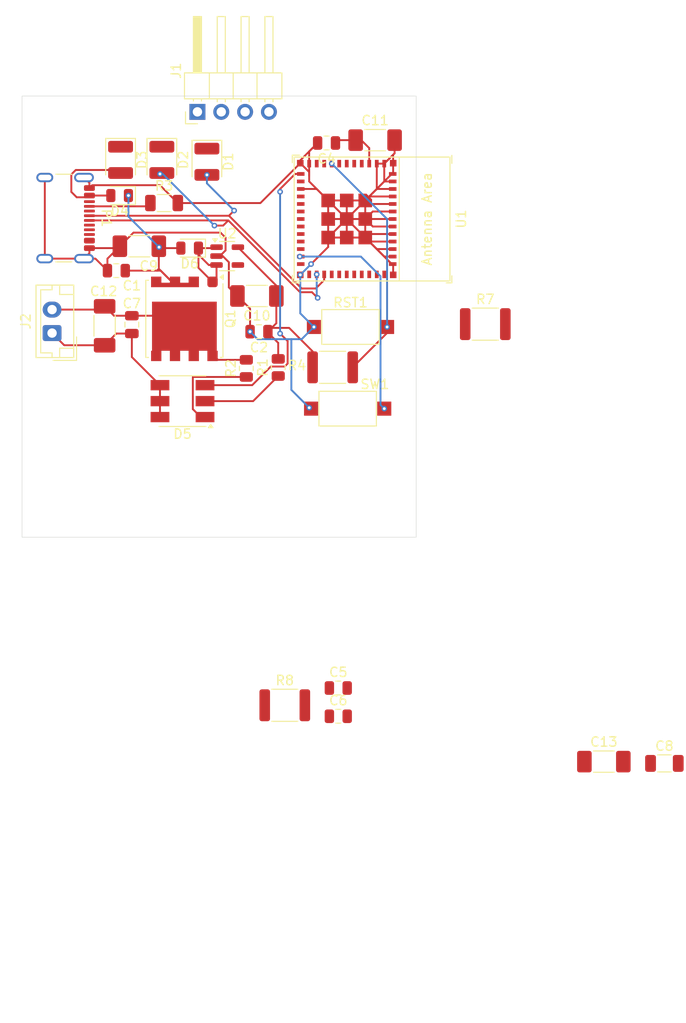
<source format=kicad_pcb>
(kicad_pcb (version 20241229) (generator "pcbnew") (generator_version "9.0")
  (layers (0 "F.Cu" signal) (2 "B.Cu" signal) (13 "F.Paste" user) (15 "B.Paste" user) (5 "F.SilkS" user "F.Silkscreen") (7 "B.SilkS" user "B.Silkscreen") (1 "F.Mask" user) (3 "B.Mask" user) (25 "Edge.Cuts" user))
  (net 0 "")
  (net 1 "+5V")
  (net 2 "+3V3")
  (net 3 "GPIO9")
  (net 4 "CHIP_PU")
  (net 5 "+BATT")
  (net 6 "D+")
  (net 7 "D-")
  (net 8 "Net-(D3-A2)")
  (net 9 "LED")
  (net 10 "G_PWRLED")
  (net 11 "Net-(D5-RK)")
  (net 12 "Net-(D6-K)")
  (net 13 "Net-(J1-Pin_3)")
  (net 14 "Net-(J1-Pin_4)")
  (net 16 "Net-(P1-CC)")
  (net 19 "GPIO10")
  (net 22 "BL")
  (net 25 "GPIO4")
  (net 28 "GPIO2")
  (net 33 "GPIO3")
  (net 35 "GPIO7")
  (net 36 "GPIO6")
  (net 37 "GPIO8")
  (net 39 "GPIO5")
  (net 41 "GND")
  (footprint "PCM_Espressif:ESP32-C3-MINI-1" (layer "F.Cu") (at 160.3 83.1 -90)
    (property "Reference" "U1" (at 0 -9.5 90) (layer "F.SilkS"))
    (property "Value" "ESP32-C3-MINI-1")
    (fp_text user "Antenna Area" (at 0 -5.85 90) (layer "F.SilkS"))
    (pad "1" smd rect (at -5.9 -1.3) (size 0.4 0.8) (layers "F.Cu" "F.Mask" "F.Paste") (net 41 "GND"))
    (pad "2" smd rect (at -5.9 -0.5) (size 0.4 0.8) (layers "F.Cu" "F.Mask" "F.Paste") (net 41 "GND"))
    (pad "3" smd rect (at -5.9 0.3) (size 0.4 0.8) (layers "F.Cu" "F.Mask" "F.Paste") (net 2 "+3V3"))
    (pad "4" smd rect (at -5.9 1.1) (size 0.4 0.8) (layers "F.Cu" "F.Mask" "F.Paste"))
    (pad "5" smd rect (at -5.9 1.9) (size 0.4 0.8) (layers "F.Cu" "F.Mask" "F.Paste") (net 28 "GPIO2"))
    (pad "6" smd rect (at -5.9 2.7) (size 0.4 0.8) (layers "F.Cu" "F.Mask" "F.Paste") (net 33 "GPIO3"))
    (pad "7" smd rect (at -5.9 3.5) (size 0.4 0.8) (layers "F.Cu" "F.Mask" "F.Paste"))
    (pad "8" smd rect (at -5.9 4.3) (size 0.4 0.8) (layers "F.Cu" "F.Mask" "F.Paste") (net 4 "CHIP_PU"))
    (pad "9" smd rect (at -5.9 5.1) (size 0.4 0.8) (layers "F.Cu" "F.Mask" "F.Paste"))
    (pad "10" smd rect (at -5.9 5.9) (size 0.4 0.8) (layers "F.Cu" "F.Mask" "F.Paste"))
    (pad "11" smd rect (at -5.9 6.7) (size 0.4 0.8) (layers "F.Cu" "F.Mask" "F.Paste") (net 41 "GND"))
    (pad "12" smd rect (at -4.8 7.6 270) (size 0.4 0.8) (layers "F.Cu" "F.Mask" "F.Paste") (net 9 "LED"))
    (pad "13" smd rect (at -4 7.6 270) (size 0.4 0.8) (layers "F.Cu" "F.Mask" "F.Paste") (net 22 "BL"))
    (pad "14" smd rect (at -3.2 7.6 270) (size 0.4 0.8) (layers "F.Cu" "F.Mask" "F.Paste") (net 41 "GND"))
    (pad "15" smd rect (at -2.4 7.6 270) (size 0.4 0.8) (layers "F.Cu" "F.Mask" "F.Paste"))
    (pad "16" smd rect (at -1.6 7.6 270) (size 0.4 0.8) (layers "F.Cu" "F.Mask" "F.Paste") (net 19 "GPIO10"))
    (pad "17" smd rect (at -0.8 7.6 270) (size 0.4 0.8) (layers "F.Cu" "F.Mask" "F.Paste"))
    (pad "18" smd rect (at 0 7.6 270) (size 0.4 0.8) (layers "F.Cu" "F.Mask" "F.Paste") (net 25 "GPIO4"))
    (pad "19" smd rect (at 0.8 7.6 270) (size 0.4 0.8) (layers "F.Cu" "F.Mask" "F.Paste") (net 39 "GPIO5"))
    (pad "20" smd rect (at 1.6 7.6 270) (size 0.4 0.8) (layers "F.Cu" "F.Mask" "F.Paste") (net 36 "GPIO6"))
    (pad "21" smd rect (at 2.4 7.6 270) (size 0.4 0.8) (layers "F.Cu" "F.Mask" "F.Paste") (net 35 "GPIO7"))
    (pad "22" smd rect (at 3.2 7.6 270) (size 0.4 0.8) (layers "F.Cu" "F.Mask" "F.Paste") (net 37 "GPIO8"))
    (pad "23" smd rect (at 4 7.6 270) (size 0.4 0.8) (layers "F.Cu" "F.Mask" "F.Paste") (net 3 "GPIO9"))
    (pad "24" smd rect (at 4.8 7.6 270) (size 0.4 0.8) (layers "F.Cu" "F.Mask" "F.Paste"))
    (pad "25" smd rect (at 5.9 6.7) (size 0.4 0.8) (layers "F.Cu" "F.Mask" "F.Paste"))
    (pad "26" smd rect (at 5.9 5.9) (size 0.4 0.8) (layers "F.Cu" "F.Mask" "F.Paste") (net 7 "D-"))
    (pad "27" smd rect (at 5.9 5.1) (size 0.4 0.8) (layers "F.Cu" "F.Mask" "F.Paste") (net 6 "D+"))
    (pad "28" smd rect (at 5.9 4.3) (size 0.4 0.8) (layers "F.Cu" "F.Mask" "F.Paste"))
    (pad "29" smd rect (at 5.9 3.5) (size 0.4 0.8) (layers "F.Cu" "F.Mask" "F.Paste"))
    (pad "30" smd rect (at 5.9 2.7) (size 0.4 0.8) (layers "F.Cu" "F.Mask" "F.Paste") (net 14 "Net-(J1-Pin_4)"))
    (pad "31" smd rect (at 5.9 1.9) (size 0.4 0.8) (layers "F.Cu" "F.Mask" "F.Paste") (net 13 "Net-(J1-Pin_3)"))
    (pad "32" smd rect (at 5.9 1.1) (size 0.4 0.8) (layers "F.Cu" "F.Mask" "F.Paste"))
    (pad "33" smd rect (at 5.9 0.3) (size 0.4 0.8) (layers "F.Cu" "F.Mask" "F.Paste"))
    (pad "34" smd rect (at 5.9 -0.5) (size 0.4 0.8) (layers "F.Cu" "F.Mask" "F.Paste"))
    (pad "35" smd rect (at 5.9 -1.3) (size 0.4 0.8) (layers "F.Cu" "F.Mask" "F.Paste"))
    (pad "36" smd rect (at 4.8 -2.2 270) (size 0.4 0.8) (layers "F.Cu" "F.Mask" "F.Paste") (net 41 "GND"))
    (pad "37" smd rect (at 4 -2.2 270) (size 0.4 0.8) (layers "F.Cu" "F.Mask" "F.Paste") (net 41 "GND"))
    (pad "38" smd rect (at 3.2 -2.2 270) (size 0.4 0.8) (layers "F.Cu" "F.Mask" "F.Paste") (net 41 "GND"))
    (pad "39" smd rect (at 2.4 -2.2 270) (size 0.4 0.8) (layers "F.Cu" "F.Mask" "F.Paste") (net 41 "GND"))
    (pad "40" smd rect (at 1.6 -2.2 270) (size 0.4 0.8) (layers "F.Cu" "F.Mask" "F.Paste") (net 41 "GND"))
    (pad "41" smd rect (at 0.8 -2.2 270) (size 0.4 0.8) (layers "F.Cu" "F.Mask" "F.Paste") (net 41 "GND"))
    (pad "42" smd rect (at 0 -2.2 270) (size 0.4 0.8) (layers "F.Cu" "F.Mask" "F.Paste") (net 41 "GND"))
    (pad "43" smd rect (at -0.8 -2.2 270) (size 0.4 0.8) (layers "F.Cu" "F.Mask" "F.Paste") (net 41 "GND"))
    (pad "44" smd rect (at -1.6 -2.2 270) (size 0.4 0.8) (layers "F.Cu" "F.Mask" "F.Paste") (net 41 "GND"))
    (pad "45" smd rect (at -2.4 -2.2 270) (size 0.4 0.8) (layers "F.Cu" "F.Mask" "F.Paste") (net 41 "GND"))
    (pad "46" smd rect (at -3.2 -2.2 270) (size 0.4 0.8) (layers "F.Cu" "F.Mask" "F.Paste") (net 41 "GND"))
    (pad "47" smd rect (at -4 -2.2 270) (size 0.4 0.8) (layers "F.Cu" "F.Mask" "F.Paste") (net 41 "GND"))
    (pad "48" smd rect (at -4.8 -2.2 270) (size 0.4 0.8) (layers "F.Cu" "F.Mask" "F.Paste") (net 41 "GND"))
    (pad "49" smd custom (at -1.975 0.725 270) (size 0.8 0.8) (layers "F.Cu" "F.Mask" "F.Paste") (net 41 "GND") (options (clearance outline) (anchor rect)) (primitives (gr_poly (pts (xy 0.725 0.725) (xy -0.725 0.725) (xy -0.725 -0.125) (xy -0.125 -0.725) (xy 0.725 -0.725)) (width 0) (fill yes))))
    (pad "49" smd rect (at -1.975 2.7) (size 1.45 1.45) (layers "F.Cu" "F.Mask" "F.Paste") (net 41 "GND"))
    (pad "49" smd rect (at -1.975 4.675) (size 1.45 1.45) (layers "F.Cu" "F.Mask" "F.Paste") (net 41 "GND"))
    (pad "49" smd rect (at 0 0.725) (size 1.45 1.45) (layers "F.Cu" "F.Mask" "F.Paste") (net 41 "GND"))
    (pad "49" smd rect (at 0 2.7) (size 1.45 1.45) (layers "F.Cu" "F.Mask" "F.Paste") (net 41 "GND"))
    (pad "49" smd rect (at 0 4.675) (size 1.45 1.45) (layers "F.Cu" "F.Mask" "F.Paste") (net 41 "GND"))
    (pad "49" smd rect (at 1.975 0.725) (size 1.45 1.45) (layers "F.Cu" "F.Mask" "F.Paste") (net 41 "GND"))
    (pad "49" smd rect (at 1.975 2.7) (size 1.45 1.45) (layers "F.Cu" "F.Mask" "F.Paste") (net 41 "GND"))
    (pad "49" smd rect (at 1.975 4.675) (size 1.45 1.45) (layers "F.Cu" "F.Mask" "F.Paste") (net 41 "GND"))
    (pad "50" smd rect (at 5.95 -2.25) (size 0.7 0.7) (layers "F.Cu" "F.Mask" "F.Paste") (net 41 "GND"))
    (pad "51" smd rect (at 5.95 7.65) (size 0.7 0.7) (layers "F.Cu" "F.Mask" "F.Paste") (net 41 "GND"))
    (pad "52" smd rect (at -5.95 7.65) (size 0.7 0.7) (layers "F.Cu" "F.Mask" "F.Paste") (net 41 "GND"))
    (pad "53" smd rect (at -5.95 -2.25) (size 0.7 0.7) (layers "F.Cu" "F.Mask" "F.Paste") (net 41 "GND"))
  )
  (footprint "Connector_USB:USB_C_Receptacle_GCT_USB4105-xx-A_16P_TopMnt_Horizontal" (layer "F.Cu") (at 126.5 83 -90)
    (property "Reference" "P1" (at 0 -5.5 270) (layer "F.SilkS"))
    (property "Value" "USB_C_Plug_USB2.0")
    (pad "" np_thru_hole circle (at -2.89 -2.605 270) (size 0.65 0.65) (drill 0.65) (layers "*.Cu" "*.Mask"))
    (pad "" np_thru_hole circle (at 2.89 -2.605 270) (size 0.65 0.65) (drill 0.65) (layers "*.Cu" "*.Mask"))
    (pad "A1" smd roundrect (at -3.2 -3.68 270) (size 0.6 1.15) (layers "F.Cu" "F.Mask" "F.Paste") (net 41 "GND"))
    (pad "A4" smd roundrect (at -2.4 -3.68 270) (size 0.6 1.15) (layers "F.Cu" "F.Mask" "F.Paste") (net 8 "Net-(D3-A2)"))
    (pad "A5" smd roundrect (at -1.25 -3.68 270) (size 0.3 1.15) (layers "F.Cu" "F.Mask" "F.Paste") (net 16 "Net-(P1-CC)"))
    (pad "A6" smd roundrect (at -0.25 -3.68 270) (size 0.3 1.15) (layers "F.Cu" "F.Mask" "F.Paste") (net 6 "D+"))
    (pad "A7" smd roundrect (at 0.25 -3.68 270) (size 0.3 1.15) (layers "F.Cu" "F.Mask" "F.Paste") (net 7 "D-"))
    (pad "A8" smd roundrect (at 1.25 -3.68 270) (size 0.3 1.15) (layers "F.Cu" "F.Mask" "F.Paste"))
    (pad "A9" smd roundrect (at 2.4 -3.68 270) (size 0.6 1.15) (layers "F.Cu" "F.Mask" "F.Paste") (net 8 "Net-(D3-A2)"))
    (pad "A12" smd roundrect (at 3.2 -3.68 270) (size 0.6 1.15) (layers "F.Cu" "F.Mask" "F.Paste") (net 41 "GND"))
    (pad "B1" smd roundrect (at 3.2 -3.68 270) (size 0.6 1.15) (layers "F.Cu" "F.Mask" "F.Paste") (net 41 "GND"))
    (pad "B4" smd roundrect (at 2.4 -3.68 270) (size 0.6 1.15) (layers "F.Cu" "F.Mask" "F.Paste") (net 8 "Net-(D3-A2)"))
    (pad "B5" smd roundrect (at 1.75 -3.68 270) (size 0.3 1.15) (layers "F.Cu" "F.Mask" "F.Paste"))
    (pad "B6" smd roundrect (at 0.75 -3.68 270) (size 0.3 1.15) (layers "F.Cu" "F.Mask" "F.Paste"))
    (pad "B7" smd roundrect (at -0.75 -3.68 270) (size 0.3 1.15) (layers "F.Cu" "F.Mask" "F.Paste"))
    (pad "B8" smd roundrect (at -1.75 -3.68 270) (size 0.3 1.15) (layers "F.Cu" "F.Mask" "F.Paste"))
    (pad "B9" smd roundrect (at -2.4 -3.68 270) (size 0.6 1.15) (layers "F.Cu" "F.Mask" "F.Paste") (net 8 "Net-(D3-A2)"))
    (pad "B12" smd roundrect (at -3.2 -3.68 270) (size 0.6 1.15) (layers "F.Cu" "F.Mask" "F.Paste") (net 41 "GND"))
    (pad "S1" thru_hole oval (at -4.32 -3.105 270) (size 1 2.1) (drill oval 0.6 1.7) (property pad_prop_heatsink) (layers "*.Cu" "*.Mask" "F.Paste") (net 41 "GND"))
    (pad "S1" thru_hole oval (at -4.32 1.075 270) (size 1 1.8) (drill oval 0.6 1.4) (property pad_prop_heatsink) (layers "*.Cu" "*.Mask" "F.Paste") (net 41 "GND"))
    (pad "S1" thru_hole oval (at 4.32 -3.105 270) (size 1 2.1) (drill oval 0.6 1.7) (property pad_prop_heatsink) (layers "*.Cu" "*.Mask" "F.Paste") (net 41 "GND"))
    (pad "S1" thru_hole oval (at 4.32 1.075 270) (size 1 1.8) (drill oval 0.6 1.4) (property pad_prop_heatsink) (layers "*.Cu" "*.Mask" "F.Paste") (net 41 "GND"))
  )
  (footprint "Diode_SMD:D_0805_2012Metric" (layer "F.Cu") (at 133.4 80.6 180)
    (property "Reference" "D4" (at 0 -1.65 0) (layer "F.SilkS"))
    (property "Value" "D")
    (pad "1" smd roundrect (at -0.9375 0 180) (size 0.975 1.4) (layers "F.Cu" "F.Mask" "F.Paste") (net 1 "+5V"))
    (pad "2" smd roundrect (at 0.9375 0 180) (size 0.975 1.4) (layers "F.Cu" "F.Mask" "F.Paste") (net 8 "Net-(D3-A2)"))
  )
  (footprint "Capacitor_SMD:C_0805_2012Metric" (layer "F.Cu") (at 148.25 95.1 180)
    (property "Reference" "C2" (at 0 -1.68 0) (layer "F.SilkS"))
    (property "Value" "0.1uF")
    (pad "1" smd roundrect (at -0.95 0 180) (size 1 1.45) (layers "F.Cu" "F.Mask" "F.Paste") (net 2 "+3V3"))
    (pad "2" smd roundrect (at 0.95 0 180) (size 1 1.45) (layers "F.Cu" "F.Mask" "F.Paste") (net 41 "GND"))
  )
  (footprint "Capacitor_SMD:C_1808_4520Metric" (layer "F.Cu") (at 185 140.9)
    (property "Reference" "C13" (at 0 -2.1 0) (layer "F.SilkS"))
    (property "Value" "10uF")
    (pad "1" smd roundrect (at -2.075 0) (size 1.55 2.3) (layers "F.Cu" "F.Mask" "F.Paste") (roundrect_rratio 0.16129) (net 1 "+5V"))
    (pad "2" smd roundrect (at 2.075 0) (size 1.55 2.3) (layers "F.Cu" "F.Mask" "F.Paste") (roundrect_rratio 0.16129) (net 41 "GND"))
  )
  (footprint "Resistor_SMD:R_1812_4532Metric" (layer "F.Cu") (at 151 134.9)
    (property "Reference" "R8" (at 0 -2.65 0) (layer "F.SilkS"))
    (property "Value" "10k")
    (pad "1" smd roundrect (at -2.1375 0) (size 1.125 3.4) (layers "F.Cu" "F.Mask" "F.Paste") (roundrect_rratio 0.222222) (net 2 "+3V3"))
    (pad "2" smd roundrect (at 2.1375 0) (size 1.125 3.4) (layers "F.Cu" "F.Mask" "F.Paste") (roundrect_rratio 0.222222) (net 4 "CHIP_PU"))
  )
  (footprint "Diode_SMD:D_1210_3225Metric" (layer "F.Cu") (at 142.7 77 -90)
    (property "Reference" "D1" (at 0 -2.28 90) (layer "F.SilkS"))
    (property "Value" "D_TVS")
    (pad "1" smd roundrect (at -1.4 0 270) (size 1.25 2.65) (layers "F.Cu" "F.Mask" "F.Paste") (roundrect_rratio 0.2) (net 41 "GND"))
    (pad "2" smd roundrect (at 1.4 0 270) (size 1.25 2.65) (layers "F.Cu" "F.Mask" "F.Paste") (roundrect_rratio 0.2) (net 6 "D+"))
  )
  (footprint "Resistor_SMD:R_0805_2012Metric" (layer "F.Cu") (at 150.3 98.9125 90)
    (property "Reference" "R1" (at 0 -1.65 90) (layer "F.SilkS"))
    (property "Value" "75")
    (pad "1" smd roundrect (at -0.9125 0 90) (size 1.025 1.4) (layers "F.Cu" "F.Mask" "F.Paste") (roundrect_rratio 0.243902) (net 10 "G_PWRLED"))
    (pad "2" smd roundrect (at 0.9125 0 90) (size 1.025 1.4) (layers "F.Cu" "F.Mask" "F.Paste") (roundrect_rratio 0.243902) (net 2 "+3V3"))
  )
  (footprint "Capacitor_SMD:C_0805_2012Metric" (layer "F.Cu") (at 155.45 75 180)
    (property "Reference" "C4" (at 0 -1.68 0) (layer "F.SilkS"))
    (property "Value" "0.1uF")
    (pad "1" smd roundrect (at -0.95 0 180) (size 1 1.45) (layers "F.Cu" "F.Mask" "F.Paste") (net 2 "+3V3"))
    (pad "2" smd roundrect (at 0.95 0 180) (size 1 1.45) (layers "F.Cu" "F.Mask" "F.Paste") (net 41 "GND"))
  )
  (footprint "Capacitor_SMD:C_1808_4520Metric" (layer "F.Cu") (at 135.5 86 180)
    (property "Reference" "C9" (at -1 -2.1 0) (layer "F.SilkS"))
    (property "Value" "10uF")
    (pad "1" smd roundrect (at -2.075 0 180) (size 1.55 2.3) (layers "F.Cu" "F.Mask" "F.Paste") (roundrect_rratio 0.16129) (net 1 "+5V"))
    (pad "2" smd roundrect (at 2.075 0 180) (size 1.55 2.3) (layers "F.Cu" "F.Mask" "F.Paste") (roundrect_rratio 0.16129) (net 41 "GND"))
  )
  (footprint "Capacitor_SMD:C_1808_4520Metric" (layer "F.Cu") (at 160.625 74.7)
    (property "Reference" "C11" (at 0 -2.1 0) (layer "F.SilkS"))
    (property "Value" "10uF")
    (pad "1" smd roundrect (at -2.075 0) (size 1.55 2.3) (layers "F.Cu" "F.Mask" "F.Paste") (roundrect_rratio 0.16129) (net 2 "+3V3"))
    (pad "2" smd roundrect (at 2.075 0) (size 1.55 2.3) (layers "F.Cu" "F.Mask" "F.Paste") (roundrect_rratio 0.16129) (net 41 "GND"))
  )
  (footprint "Capacitor_SMD:C_0805_2012Metric" (layer "F.Cu") (at 156.7 136.07)
    (property "Reference" "C6" (at 0 -1.68 0) (layer "F.SilkS"))
    (property "Value" "0.1uF")
    (pad "1" smd roundrect (at -0.95 0) (size 1 1.45) (layers "F.Cu" "F.Mask" "F.Paste") (net 41 "GND"))
    (pad "2" smd roundrect (at 0.95 0) (size 1 1.45) (layers "F.Cu" "F.Mask" "F.Paste") (net 4 "CHIP_PU"))
  )
  (footprint "Resistor_SMD:R_1812_4532Metric" (layer "F.Cu") (at 172.3625 94.3)
    (property "Reference" "R7" (at 0 -2.65 0) (layer "F.SilkS"))
    (property "Value" "10k")
    (pad "1" smd roundrect (at -2.1375 0) (size 1.125 3.4) (layers "F.Cu" "F.Mask" "F.Paste") (roundrect_rratio 0.222222) (net 2 "+3V3"))
    (pad "2" smd roundrect (at 2.1375 0) (size 1.125 3.4) (layers "F.Cu" "F.Mask" "F.Paste") (roundrect_rratio 0.222222) (net 3 "GPIO9"))
  )
  (footprint "Resistor_SMD:R_1206_3216Metric" (layer "F.Cu") (at 138.1375 81.4)
    (property "Reference" "R3" (at 0 -1.83 0) (layer "F.SilkS"))
    (property "Value" "5K")
    (pad "1" smd roundrect (at -1.4625 0) (size 1.125 1.75) (layers "F.Cu" "F.Mask" "F.Paste") (roundrect_rratio 0.222222) (net 16 "Net-(P1-CC)"))
    (pad "2" smd roundrect (at 1.4625 0) (size 1.125 1.75) (layers "F.Cu" "F.Mask" "F.Paste") (roundrect_rratio 0.222222) (net 41 "GND"))
  )
  (footprint "Resistor_SMD:R_0805_2012Metric" (layer "F.Cu") (at 146.9 99.0125 90)
    (property "Reference" "R2" (at 0 -1.65 90) (layer "F.SilkS"))
    (property "Value" "75")
    (pad "1" smd roundrect (at -0.9125 0 90) (size 1.025 1.4) (layers "F.Cu" "F.Mask" "F.Paste") (roundrect_rratio 0.243902) (net 11 "Net-(D5-RK)"))
    (pad "2" smd roundrect (at 0.9125 0 90) (size 1.025 1.4) (layers "F.Cu" "F.Mask" "F.Paste") (roundrect_rratio 0.243902) (net 5 "+BATT"))
  )
  (footprint "Connector_JST:JST_EH_B2B-EH-A_1x02_P2.50mm_Vertical" (layer "F.Cu") (at 126.2 95.25 90)
    (property "Reference" "J2" (at 1.25 -2.8 90) (layer "F.SilkS"))
    (property "Value" "Conn_01x02_Socket")
    (pad "1" thru_hole roundrect (at 0 0 90) (size 1.7 2) (drill 1) (layers "*.Cu" "*.Mask") (roundrect_rratio 0.147059) (net 41 "GND"))
    (pad "2" thru_hole oval (at 2.5 0 90) (size 1.7 2) (drill 1) (layers "*.Cu" "*.Mask") (net 5 "+BATT"))
  )
  (footprint "Capacitor_SMD:C_0805_2012Metric" (layer "F.Cu") (at 156.7 133.06)
    (property "Reference" "C5" (at 0 -1.68 0) (layer "F.SilkS"))
    (property "Value" "0.1uF")
    (pad "1" smd roundrect (at -0.95 0) (size 1 1.45) (layers "F.Cu" "F.Mask" "F.Paste") (net 41 "GND"))
    (pad "2" smd roundrect (at 0.95 0) (size 1 1.45) (layers "F.Cu" "F.Mask" "F.Paste") (net 3 "GPIO9"))
  )
  (footprint "Capacitor_SMD:C_0805_2012Metric" (layer "F.Cu") (at 134.7 94.35 -90)
    (property "Reference" "C7" (at -2.25 0 180) (layer "F.SilkS"))
    (property "Value" "0.1uF")
    (pad "1" smd roundrect (at -0.95 0 270) (size 1 1.45) (layers "F.Cu" "F.Mask" "F.Paste") (net 5 "+BATT"))
    (pad "2" smd roundrect (at 0.95 0 270) (size 1 1.45) (layers "F.Cu" "F.Mask" "F.Paste") (net 41 "GND"))
  )
  (footprint "Resistor_SMD:R_1812_4532Metric" (layer "F.Cu") (at 156.1 98.9)
    (property "Reference" "R4" (at -3.8 -0.2 0) (layer "F.SilkS"))
    (property "Value" "10k")
    (pad "1" smd roundrect (at -2.1375 0) (size 1.125 3.4) (layers "F.Cu" "F.Mask" "F.Paste") (roundrect_rratio 0.222222) (net 2 "+3V3"))
    (pad "2" smd roundrect (at 2.1375 0) (size 1.125 3.4) (layers "F.Cu" "F.Mask" "F.Paste") (roundrect_rratio 0.222222) (net 4 "CHIP_PU"))
  )
  (footprint "LED_SMD:LED_RGB_5050-6" (layer "F.Cu") (at 140.1 102.5 180)
    (property "Reference" "D5" (at 0 -3.5 0) (layer "F.SilkS"))
    (property "Value" "LED_RGB")
    (pad "1" smd rect (at -2.4 -1.7 270) (size 1.1 2) (layers "F.Cu" "F.Mask" "F.Paste") (net 11 "Net-(D5-RK)"))
    (pad "2" smd rect (at -2.4 0 270) (size 1.1 2) (layers "F.Cu" "F.Mask" "F.Paste") (net 10 "G_PWRLED"))
    (pad "3" smd rect (at -2.4 1.7 270) (size 1.1 2) (layers "F.Cu" "F.Mask" "F.Paste") (net 9 "LED"))
    (pad "4" smd rect (at 2.4 1.7 270) (size 1.1 2) (layers "F.Cu" "F.Mask" "F.Paste") (net 41 "GND"))
    (pad "5" smd rect (at 2.4 0 270) (size 1.1 2) (layers "F.Cu" "F.Mask" "F.Paste") (net 41 "GND"))
    (pad "6" smd rect (at 2.4 -1.7 270) (size 1.1 2) (layers "F.Cu" "F.Mask" "F.Paste") (net 41 "GND"))
  )
  (footprint "Capacitor_SMD:C_1808_4520Metric" (layer "F.Cu") (at 131.8 94.475 -90)
    (property "Reference" "C12" (at -3.675 0.1 180) (layer "F.SilkS"))
    (property "Value" "10uF")
    (pad "1" smd roundrect (at -2.075 0 270) (size 1.55 2.3) (layers "F.Cu" "F.Mask" "F.Paste") (roundrect_rratio 0.16129) (net 5 "+BATT"))
    (pad "2" smd roundrect (at 2.075 0 270) (size 1.55 2.3) (layers "F.Cu" "F.Mask" "F.Paste") (roundrect_rratio 0.16129) (net 41 "GND"))
  )
  (footprint "Package_TO_SOT_SMD:PQFN_8x8" (layer "F.Cu") (at 140.3 93.735 -90)
    (property "Reference" "Q1" (at 0 -4.9 90) (layer "F.SilkS"))
    (property "Value" "PMOS")
    (pad "1" smd roundrect (at -3.935 -3 270) (size 1.13 1.1) (layers "F.Cu" "F.Mask" "F.Paste") (net 12 "Net-(D6-K)"))
    (pad "2" smd custom (at -3.61 1 270) (size 0.48 5.1) (layers "F.Cu" "F.Mask" "F.Paste") (net 1 "+5V") (options (clearance outline) (anchor rect)) (primitives (gr_poly (pts (xy -0.24 -1.45) (xy -0.89 -1.45) (xy -0.89 -2.55) (xy -0.24 -2.55)) (width 0) (fill yes)) (gr_poly (pts (xy -0.24 0.55) (xy -0.89 0.55) (xy -0.89 -0.55) (xy -0.24 -0.55)) (width 0) (fill yes)) (gr_poly (pts (xy -0.24 2.55) (xy -0.89 2.55) (xy -0.89 1.45) (xy -0.24 1.45)) (width 0) (fill yes))))
    (pad "3" smd custom (at 0.785 0 270) (size 5.23 6.9) (layers "F.Cu" "F.Mask") (net 5 "+BATT") (options (clearance outline) (anchor rect)) (primitives (gr_poly (pts (xy 3.715 -2.45) (xy 2.615 -2.45) (xy 2.615 -3.55) (xy 3.715 -3.55)) (width 0) (fill yes)) (gr_poly (pts (xy 3.715 -0.45) (xy 2.615 -0.45) (xy 2.615 -1.55) (xy 3.715 -1.55)) (width 0) (fill yes)) (gr_poly (pts (xy 3.715 1.55) (xy 2.615 1.55) (xy 2.615 0.45) (xy 3.715 0.45)) (width 0) (fill yes)) (gr_poly (pts (xy 3.715 3.55) (xy 2.615 3.55) (xy 2.615 2.45) (xy 3.715 2.45)) (width 0) (fill yes))))
  )
  (footprint "Button_Switch_SMD:SW_SPST_CK_RS282G05A3" (layer "F.Cu") (at 157.7 103.3)
    (property "Reference" "SW1" (at 2.9 -2.6 0) (layer "F.SilkS"))
    (property "Value" "SW_Push")
    (pad "1" smd rect (at -3.9 0) (size 1.5 1.5) (layers "F.Cu" "F.Mask" "F.Paste") (net 41 "GND"))
    (pad "2" smd rect (at 3.9 0) (size 1.5 1.5) (layers "F.Cu" "F.Mask" "F.Paste") (net 3 "GPIO9"))
  )
  (footprint "Diode_SMD:D_1210_3225Metric" (layer "F.Cu") (at 133.5 76.8 -90)
    (property "Reference" "D3" (at 0 -2.28 90) (layer "F.SilkS"))
    (property "Value" "D_TVS")
    (pad "1" smd roundrect (at -1.4 0 270) (size 1.25 2.65) (layers "F.Cu" "F.Mask" "F.Paste") (roundrect_rratio 0.2) (net 41 "GND"))
    (pad "2" smd roundrect (at 1.4 0 270) (size 1.25 2.65) (layers "F.Cu" "F.Mask" "F.Paste") (roundrect_rratio 0.2) (net 8 "Net-(D3-A2)"))
  )
  (footprint "Diode_SMD:D_0805_2012Metric" (layer "F.Cu") (at 140.8625 86.2 180)
    (property "Reference" "D6" (at 0 -1.65 0) (layer "F.SilkS"))
    (property "Value" "D")
    (pad "1" smd roundrect (at -0.9375 0 180) (size 0.975 1.4) (layers "F.Cu" "F.Mask" "F.Paste") (net 12 "Net-(D6-K)"))
    (pad "2" smd roundrect (at 0.9375 0 180) (size 0.975 1.4) (layers "F.Cu" "F.Mask" "F.Paste") (net 1 "+5V"))
  )
  (footprint "Button_Switch_SMD:SW_SPST_CK_RS282G05A3" (layer "F.Cu") (at 158 94.6)
    (property "Reference" "RST1" (at 0 -2.6 0) (layer "F.SilkS"))
    (property "Value" "SW_Push")
    (pad "1" smd rect (at -3.9 0) (size 1.5 1.5) (layers "F.Cu" "F.Mask" "F.Paste") (net 41 "GND"))
    (pad "2" smd rect (at 3.9 0) (size 1.5 1.5) (layers "F.Cu" "F.Mask" "F.Paste") (net 4 "CHIP_PU"))
  )
  (footprint "Diode_SMD:D_1210_3225Metric" (layer "F.Cu") (at 137.9 76.8 -90)
    (property "Reference" "D2" (at 0 -2.28 90) (layer "F.SilkS"))
    (property "Value" "D_TVS")
    (pad "1" smd roundrect (at -1.4 0 270) (size 1.25 2.65) (layers "F.Cu" "F.Mask" "F.Paste") (roundrect_rratio 0.2) (net 41 "GND"))
    (pad "2" smd roundrect (at 1.4 0 270) (size 1.25 2.65) (layers "F.Cu" "F.Mask" "F.Paste") (roundrect_rratio 0.2) (net 7 "D-"))
  )
  (footprint "Capacitor_SMD:C_1206_3216Metric" (layer "F.Cu") (at 191.45 141.09)
    (property "Reference" "C8" (at 0 -1.85 0) (layer "F.SilkS"))
    (property "Value" "1uF")
    (pad "1" smd roundrect (at -1.475 0) (size 1.15 1.8) (layers "F.Cu" "F.Mask" "F.Paste") (roundrect_rratio 0.217391) (net 4 "CHIP_PU"))
    (pad "2" smd roundrect (at 1.475 0) (size 1.15 1.8) (layers "F.Cu" "F.Mask" "F.Paste") (roundrect_rratio 0.217391) (net 41 "GND"))
  )
  (footprint "Capacitor_SMD:C_0805_2012Metric" (layer "F.Cu") (at 133.05 88.6 180)
    (property "Reference" "C1" (at -1.65 -1.6 0) (layer "F.SilkS"))
    (property "Value" "0.1uF")
    (pad "1" smd roundrect (at -0.95 0 180) (size 1 1.45) (layers "F.Cu" "F.Mask" "F.Paste") (net 1 "+5V"))
    (pad "2" smd roundrect (at 0.95 0 180) (size 1 1.45) (layers "F.Cu" "F.Mask" "F.Paste") (net 41 "GND"))
  )
  (footprint "Capacitor_SMD:C_1808_4520Metric" (layer "F.Cu") (at 148.025 91.3 180)
    (property "Reference" "C10" (at 0 -2.1 0) (layer "F.SilkS"))
    (property "Value" "10uF")
    (pad "1" smd roundrect (at -2.075 0 180) (size 1.55 2.3) (layers "F.Cu" "F.Mask" "F.Paste") (roundrect_rratio 0.16129) (net 2 "+3V3"))
    (pad "2" smd roundrect (at 2.075 0 180) (size 1.55 2.3) (layers "F.Cu" "F.Mask" "F.Paste") (roundrect_rratio 0.16129) (net 41 "GND"))
  )
  (footprint "Package_TO_SOT_SMD:SOT-23-5" (layer "F.Cu") (at 144.8625 87.05)
    (property "Reference" "U2" (at 0 -2.4 0) (layer "F.SilkS"))
    (property "Value" "AP2112K-3.3")
    (pad "1" smd roundrect (at -1.1375 -0.95) (size 1.325 0.6) (layers "F.Cu" "F.Mask" "F.Paste") (net 12 "Net-(D6-K)"))
    (pad "2" smd roundrect (at -1.1375 0) (size 1.325 0.6) (layers "F.Cu" "F.Mask" "F.Paste") (net 41 "GND"))
    (pad "3" smd roundrect (at -1.1375 0.95) (size 1.325 0.6) (layers "F.Cu" "F.Mask" "F.Paste") (net 12 "Net-(D6-K)"))
    (pad "4" smd roundrect (at 1.1375 0.95) (size 1.325 0.6) (layers "F.Cu" "F.Mask" "F.Paste"))
    (pad "5" smd roundrect (at 1.1375 -0.95) (size 1.325 0.6) (layers "F.Cu" "F.Mask" "F.Paste") (net 2 "+3V3"))
  )
  (footprint "Connector_PinHeader_2.54mm:PinHeader_1x04_P2.54mm_Horizontal" (layer "F.Cu") (at 141.69 71.685 90)
    (property "Reference" "J1" (at 4.385 -2.27 90) (layer "F.SilkS"))
    (property "Value" "Conn_01x04_Socket")
    (pad "1" thru_hole rect (at 0 0 90) (size 1.7 1.7) (drill 1) (layers "*.Cu" "*.Mask") (net 41 "GND"))
    (pad "2" thru_hole circle (at 0 2.54 90) (size 1.7 1.7) (drill 1) (layers "*.Cu" "*.Mask") (net 2 "+3V3"))
    (pad "3" thru_hole circle (at 0 5.08 90) (size 1.7 1.7) (drill 1) (layers "*.Cu" "*.Mask") (net 13 "Net-(J1-Pin_3)"))
    (pad "4" thru_hole circle (at 0 7.62 90) (size 1.7 1.7) (drill 1) (layers "*.Cu" "*.Mask") (net 14 "Net-(J1-Pin_4)"))
  )
  (gr_rect (start 123 70) (end 165 117) (stroke (width 0.05)) (fill no) (layer "Edge.Cuts"))
  (segment (start 137.375 88.6) (end 137.575 88.4) (width 0.2) (layer "F.Cu") (net 1))
  (segment (start 137.775 86.2) (end 137.575 86) (width 0.2) (layer "F.Cu") (net 1))
  (segment (start 137.375 88.6) (end 137.775 88.6) (width 0.2) (layer "F.Cu") (net 1))
  (segment (start 134 88.6) (end 137.375 88.6) (width 0.2) (layer "F.Cu") (net 1))
  (segment (start 137.775 88.6) (end 139.3 90.125) (width 0.2) (layer "F.Cu") (net 1))
  (segment (start 139.925 86.2) (end 137.775 86.2) (width 0.2) (layer "F.Cu") (net 1))
  (segment (start 137.575 86) (end 137.575 88.4) (width 0.2) (layer "F.Cu") (net 1))
  (segment (start 137.575 88.4) (end 139.3 90.125) (width 0.2) (layer "F.Cu") (net 1))
  (via (at 134.3375 80.6) (size 0.6) (drill 0.3) (layers "F.Cu" "B.Cu") (net 1))
  (via (at 137.6 86.1) (size 0.6) (drill 0.3) (layers "F.Cu" "B.Cu") (net 1))
  (segment (start 134.3375 82.8375) (end 137.6 86.1) (width 0.2) (layer "B.Cu") (net 1))
  (segment (start 134.3375 80.6) (end 134.3375 82.8375) (width 0.2) (layer "B.Cu") (net 1))
  (segment (start 151.4615 94.699) (end 153.9625 97.2) (width 0.2) (layer "F.Cu") (net 2))
  (segment (start 149.2 95.2) (end 150.3 96.3) (width 0.2) (layer "F.Cu") (net 2))
  (segment (start 149.2 95.1) (end 149.601 94.699) (width 0.2) (layer "F.Cu") (net 2))
  (segment (start 150.1 94.2) (end 149.2 95.1) (width 0.2) (layer "F.Cu") (net 2))
  (segment (start 156.7 74.7) (end 156.4 75) (width 0.2) (layer "F.Cu") (net 2))
  (segment (start 149.2 95.1) (end 149.2 95.2) (width 0.2) (layer "F.Cu") (net 2))
  (segment (start 150.1 90.2) (end 146 86.1) (width 0.2) (layer "F.Cu") (net 2))
  (segment (start 149.601 94.699) (end 151.4615 94.699) (width 0.2) (layer "F.Cu") (net 2))
  (segment (start 150.1 91.3) (end 150.1 90.2) (width 0.2) (layer "F.Cu") (net 2))
  (segment (start 150.1 91.3) (end 150.1 94.2) (width 0.2) (layer "F.Cu") (net 2))
  (segment (start 160 75.55) (end 160 77.2) (width 0.2) (layer "F.Cu") (net 2))
  (segment (start 153.9625 97.2) (end 153.9625 98.9) (width 0.2) (layer "F.Cu") (net 2))
  (segment (start 150.3 96.3) (end 150.3 98) (width 0.2) (layer "F.Cu") (net 2))
  (segment (start 158.55 74.7) (end 156.7 74.7) (width 0.2) (layer "F.Cu") (net 2))
  (segment (start 158.55 74.1) (end 160 75.55) (width 0.2) (layer "F.Cu") (net 2))
  (via (at 161.6 103.3) (size 0.6) (drill 0.3) (layers "F.Cu" "B.Cu") (net 3))
  (via (at 152.6 87.1) (size 0.6) (drill 0.3) (layers "F.Cu" "B.Cu") (net 3))
  (segment (start 161.2 102.9) (end 161.2 89.2) (width 0.2) (layer "B.Cu") (net 3))
  (segment (start 159.1 87.1) (end 152.6 87.1) (width 0.2) (layer "B.Cu") (net 3))
  (segment (start 161.2 89.2) (end 159.1 87.1) (width 0.2) (layer "B.Cu") (net 3))
  (segment (start 161.6 103.3) (end 161.2 102.9) (width 0.2) (layer "B.Cu") (net 3))
  (segment (start 161.9 95.2375) (end 158.2375 98.9) (width 0.2) (layer "F.Cu") (net 4))
  (segment (start 161.9 94.6) (end 161.9 95.2375) (width 0.2) (layer "F.Cu") (net 4))
  (via (at 161.9 94.6) (size 0.6) (drill 0.3) (layers "F.Cu" "B.Cu") (net 4))
  (via (at 156 77.2) (size 0.6) (drill 0.3) (layers "F.Cu" "B.Cu") (net 4))
  (segment (start 161.9 83.1) (end 156 77.2) (width 0.2) (layer "B.Cu") (net 4))
  (segment (start 161.9 94.6) (end 161.9 83.1) (width 0.2) (layer "B.Cu") (net 4))
  (segment (start 146.9 98.1) (end 143.88 98.1) (width 0.2) (layer "F.Cu") (net 5))
  (segment (start 131.7 92.4) (end 131.35 92.75) (width 0.2) (layer "F.Cu") (net 5))
  (segment (start 134.7 93.4) (end 140.58 93.4) (width 0.2) (layer "F.Cu") (net 5))
  (segment (start 132.8 93.4) (end 131.8 92.4) (width 0.2) (layer "F.Cu") (net 5))
  (segment (start 140.58 93.4) (end 141 93.82) (width 0.2) (layer "F.Cu") (net 5))
  (segment (start 131.8 92.4) (end 131.7 92.4) (width 0.2) (layer "F.Cu") (net 5))
  (segment (start 143.88 98.1) (end 140.3 94.52) (width 0.2) (layer "F.Cu") (net 5))
  (segment (start 134.7 93.4) (end 132.8 93.4) (width 0.2) (layer "F.Cu") (net 5))
  (segment (start 131.35 92.75) (end 126.2 92.75) (width 0.2) (layer "F.Cu") (net 5))
  (segment (start 145.05 82.75) (end 152.8 90.5) (width 0.2) (layer "F.Cu") (net 6))
  (segment (start 152.8 90.5) (end 154.3 90.5) (width 0.2) (layer "F.Cu") (net 6))
  (segment (start 130.18 82.75) (end 145.05 82.75) (width 0.2) (layer "F.Cu") (net 6))
  (segment (start 145.05 82.75) (end 145.6 82.2) (width 0.2) (layer "F.Cu") (net 6))
  (segment (start 155.2 89.6) (end 155.2 89) (width 0.2) (layer "F.Cu") (net 6))
  (segment (start 154.3 90.5) (end 155.2 89.6) (width 0.2) (layer "F.Cu") (net 6))
  (via (at 145.6 82.2) (size 0.6) (drill 0.3) (layers "F.Cu" "B.Cu") (net 6))
  (via (at 142.7 78.4) (size 0.6) (drill 0.3) (layers "F.Cu" "B.Cu") (net 6))
  (segment (start 142.7 79.3) (end 142.7 78.4) (width 0.2) (layer "B.Cu") (net 6))
  (segment (start 145.6 82.2) (end 142.7 79.3) (width 0.2) (layer "B.Cu") (net 6))
  (segment (start 130.18 83.25) (end 144.9829 83.25) (width 0.2) (layer "F.Cu") (net 7))
  (segment (start 144.9829 83.25) (end 152.6339 90.901) (width 0.2) (layer "F.Cu") (net 7))
  (segment (start 144.4329 83.8) (end 143.5 83.8) (width 0.2) (layer "F.Cu") (net 7))
  (segment (start 144.4329 83.8) (end 144.9829 83.25) (width 0.2) (layer "F.Cu") (net 7))
  (segment (start 153.901 90.901) (end 154.5 91.5) (width 0.2) (layer "F.Cu") (net 7))
  (segment (start 152.6339 90.901) (end 153.901 90.901) (width 0.2) (layer "F.Cu") (net 7))
  (via (at 137.7 78.3) (size 0.6) (drill 0.3) (layers "F.Cu" "B.Cu") (net 7))
  (via (at 154.4 89) (size 0.6) (drill 0.3) (layers "F.Cu" "B.Cu") (net 7))
  (via (at 154.5 91.5) (size 0.6) (drill 0.3) (layers "F.Cu" "B.Cu") (net 7))
  (via (at 143.5 83.8) (size 0.6) (drill 0.3) (layers "F.Cu" "B.Cu") (net 7))
  (segment (start 138 78.3) (end 137.7 78.3) (width 0.2) (layer "B.Cu") (net 7))
  (segment (start 143.5 83.8) (end 138 78.3) (width 0.2) (layer "B.Cu") (net 7))
  (segment (start 154.5 91.5) (end 154.4 91.4) (width 0.2) (layer "B.Cu") (net 7))
  (segment (start 154.4 91.4) (end 154.4 89) (width 0.2) (layer "B.Cu") (net 7))
  (segment (start 133.179 77.879) (end 133.5 78.2) (width 0.2) (layer "F.Cu") (net 8))
  (segment (start 129.994 80.786) (end 128.824992 80.786) (width 0.2) (layer "F.Cu") (net 8))
  (segment (start 130.18 80.6) (end 129.994 80.786) (width 0.2) (layer "F.Cu") (net 8))
  (segment (start 128.254 80.215008) (end 128.254 78.348215) (width 0.2) (layer "F.Cu") (net 8))
  (segment (start 128.723215 77.879) (end 133.179 77.879) (width 0.2) (layer "F.Cu") (net 8))
  (segment (start 128.824992 80.786) (end 128.254 80.215008) (width 0.2) (layer "F.Cu") (net 8))
  (segment (start 130.18 80.6) (end 132.4625 80.6) (width 0.2) (layer "F.Cu") (net 8))
  (segment (start 128.254 78.348215) (end 128.723215 77.879) (width 0.2) (layer "F.Cu") (net 8))
  (segment (start 151.301 98.49766) (end 151.301 96.101) (width 0.2) (layer "F.Cu") (net 9))
  (segment (start 150.98516 98.8135) (end 151.301 98.49766) (width 0.2) (layer "F.Cu") (net 9))
  (segment (start 150.5 80.2) (end 150.5 79.9) (width 0.2) (layer "F.Cu") (net 9))
  (segment (start 152.1 78.3) (end 152.7 78.3) (width 0.2) (layer "F.Cu") (net 9))
  (segment (start 150.5 79.9) (end 152.1 78.3) (width 0.2) (layer "F.Cu") (net 9))
  (segment (start 147.52366 100.8) (end 149.51016 98.8135) (width 0.2) (layer "F.Cu") (net 9))
  (segment (start 149.51016 98.8135) (end 150.98516 98.8135) (width 0.2) (layer "F.Cu") (net 9))
  (segment (start 151.301 96.101) (end 150.5 95.3) (width 0.2) (layer "F.Cu") (net 9))
  (segment (start 142.5 100.8) (end 147.52366 100.8) (width 0.2) (layer "F.Cu") (net 9))
  (via (at 150.5 95.3) (size 0.6) (drill 0.3) (layers "F.Cu" "B.Cu") (net 9))
  (via (at 150.5 80.2) (size 0.6) (drill 0.3) (layers "F.Cu" "B.Cu") (net 9))
  (segment (start 150.5 80.2) (end 150.5 95.3) (width 0.2) (layer "B.Cu") (net 9))
  (segment (start 147.625 102.5) (end 142.5 102.5) (width 0.2) (layer "F.Cu") (net 10))
  (segment (start 150.3 99.825) (end 147.625 102.5) (width 0.2) (layer "F.Cu") (net 10))
  (segment (start 141.199 99.949) (end 141.199 103.349) (width 0.2) (layer "F.Cu") (net 11))
  (segment (start 141.223 99.925) (end 141.199 99.949) (width 0.2) (layer "F.Cu") (net 11))
  (segment (start 141.199 103.349) (end 142.05 104.2) (width 0.2) (layer "F.Cu") (net 11))
  (segment (start 142.05 104.2) (end 142.5 104.2) (width 0.2) (layer "F.Cu") (net 11))
  (segment (start 146.9 99.925) (end 141.223 99.925) (width 0.2) (layer "F.Cu") (net 11))
  (segment (start 141.8 86.2) (end 141.8 86.899999) (width 0.2) (layer "F.Cu") (net 12))
  (segment (start 141.8 86.899999) (end 142.900001 88) (width 0.2) (layer "F.Cu") (net 12))
  (segment (start 143.625 86.2) (end 143.725 86.1) (width 0.2) (layer "F.Cu") (net 12))
  (segment (start 143.725 89.375) (end 143.3 89.8) (width 0.2) (layer "F.Cu") (net 12))
  (segment (start 141.8 86.2) (end 141.8 88.3) (width 0.2) (layer "F.Cu") (net 12))
  (segment (start 141.8 86.2) (end 143.625 86.2) (width 0.2) (layer "F.Cu") (net 12))
  (segment (start 142.900001 88) (end 143.725 88) (width 0.2) (layer "F.Cu") (net 12))
  (segment (start 143.725 88) (end 143.725 89.375) (width 0.2) (layer "F.Cu") (net 12))
  (segment (start 141.8 88.3) (end 143.3 89.8) (width 0.2) (layer "F.Cu") (net 12))
  (segment (start 130.18 81.75) (end 136.325 81.75) (width 0.2) (layer "F.Cu") (net 16))
  (segment (start 136.325 81.75) (end 136.675 81.4) (width 0.2) (layer "F.Cu") (net 16))
  (segment (start 130.48 79.5) (end 130.18 79.8) (width 0.2) (layer "F.Cu") (net 41))
  (segment (start 162.5 84.7) (end 159.95 84.7) (width 0.2) (layer "F.Cu") (net 41))
  (segment (start 134.7 97.8) (end 137.7 100.8) (width 0.2) (layer "F.Cu") (net 41))
  (segment (start 161.6 87.1) (end 159.575 85.075) (width 0.2) (layer "F.Cu") (net 41))
  (segment (start 143.725 87.05) (end 144.387499 87.05) (width 0.2) (layer "F.Cu") (net 41))
  (segment (start 162.55 78.15) (end 161.6 79.1) (width 0.2) (layer "F.Cu") (net 41))
  (segment (start 132.1 88.6) (end 130.82 87.32) (width 0.2) (layer "F.Cu") (net 41))
  (segment (start 139.6 81.4) (end 137.7 79.5) (width 0.2) (layer "F.Cu") (net 41))
  (segment (start 162.5 83.1) (end 159.575 83.1) (width 0.2) (layer "F.Cu") (net 41))
  (segment (start 153.6 75.9) (end 153.95 75.55) (width 0.2) (layer "F.Cu") (net 41))
  (segment (start 160.8 79.9) (end 160.35 80.35) (width 0.2) (layer "F.Cu") (net 41))
  (segment (start 157.6 81.125) (end 157.6 85.075) (width 0.2) (layer "F.Cu") (net 41))
  (segment (start 159.575 81.125) (end 155.625 81.125) (width 0.2) (layer "F.Cu") (net 41))
  (segment (start 137.7 100.8) (end 137.7 104.2) (width 0.2) (layer "F.Cu") (net 41))
  (segment (start 148.4 81.4) (end 152.65 77.15) (width 0.2) (layer "F.Cu") (net 41))
  (segment (start 159.575 85.075) (end 155.625 85.075) (width 0.2) (layer "F.Cu") (net 41))
  (segment (start 162.5 83.9) (end 160.375 83.9) (width 0.2) (layer "F.Cu") (net 41))
  (segment (start 162.5 82.3) (end 160.375 82.3) (width 0.2) (layer "F.Cu") (net 41))
  (segment (start 132.1 88.6) (end 132.1 87.325) (width 0.2) (layer "F.Cu") (net 41))
  (segment (start 159.575 85.075) (end 159.575 81.125) (width 0.2) (layer "F.Cu") (net 41))
  (segment (start 125.425 87.32) (end 129.605 87.32) (width 0.2) (layer "F.Cu") (net 41))
  (segment (start 162.5 79.9) (end 160.8 79.9) (width 0.2) (layer "F.Cu") (net 41))
  (segment (start 130.18 79.8) (end 130.18 79.255) (width 0.2) (layer "F.Cu") (net 41))
  (segment (start 162.7 76.1) (end 161.6 77.2) (width 0.2) (layer "F.Cu") (net 41))
  (segment (start 160.35 80.35) (end 160.7 80) (width 0.2) (layer "F.Cu") (net 41))
  (segment (start 134.7 95.3) (end 133.05 95.3) (width 0.2) (layer "F.Cu") (net 41))
  (segment (start 130.18 86.2) (end 133.225 86.2) (width 0.2) (layer "F.Cu") (net 41))
  (segment (start 144.6885 86.440968) (end 144.6885 85.0885) (width 0.2) (layer "F.Cu") (net 41))
  (segment (start 153.8 87.9) (end 155.625 86.075) (width 0.2) (layer "F.Cu") (net 41))
  (segment (start 144.6885 85.0885) (end 144.149 84.549) (width 0.2) (layer "F.Cu") (net 41))
  (segment (start 161.6 77.2) (end 162.55 76.25) (width 0.2) (layer "F.Cu") (net 41))
  (segment (start 155.95 84.75) (end 159.575 81.125) (width 0.2) (layer "F.Cu") (net 41))
  (segment (start 145.0365 87.699001) (end 145.0365 90.3865) (width 0.2) (layer "F.Cu") (net 41))
  (segment (start 155.625 81.125) (end 159.575 85.075) (width 0.2) (layer "F.Cu") (net 41))
  (segment (start 155.625 81.125) (end 155.625 85.075) (width 0.2) (layer "F.Cu") (net 41))
  (segment (start 144.387499 87.05) (end 145.0365 87.699001) (width 0.2) (layer "F.Cu") (net 41))
  (segment (start 147.3 95.1) (end 147.3 92.65) (width 0.2) (layer "F.Cu") (net 41))
  (segment (start 153.6 79.1) (end 153.6 78.5) (width 0.2) (layer "F.Cu") (net 41))
  (segment (start 130.82 87.32) (end 129.605 87.32) (width 0.2) (layer "F.Cu") (net 41))
  (segment (start 134.7 95.3) (end 134.7 97.8) (width 0.2) (layer "F.Cu") (net 41))
  (segment (start 155.625 86.075) (end 155.625 85.075) (width 0.2) (layer "F.Cu") (net 41))
  (segment (start 153.95 75.55) (end 154.5 75) (width 0.2) (layer "F.Cu") (net 41))
  (segment (start 160.8 86.3) (end 159.575 85.075) (width 0.2) (layer "F.Cu") (net 41))
  (segment (start 159.95 84.7) (end 159.575 85.075) (width 0.2) (layer "F.Cu") (net 41))
  (segment (start 155.625 81.125) (end 153.6 79.1) (width 0.2) (layer "F.Cu") (net 41))
  (segment (start 162.55 77.15) (end 162.55 76.25) (width 0.2) (layer "F.Cu") (net 41))
  (segment (start 144.079468 87.05) (end 144.6885 86.440968) (width 0.2) (layer "F.Cu") (net 41))
  (segment (start 144.149 84.549) (end 134.876 84.549) (width 0.2) (layer "F.Cu") (net 41))
  (segment (start 152.65 76.85) (end 153.95 75.55) (width 0.2) (layer "F.Cu") (net 41))
  (segment (start 162.5 85.5) (end 160 85.5) (width 0.2) (layer "F.Cu") (net 41))
  (segment (start 162.55 77.15) (end 162.55 78.15) (width 0.2) (layer "F.Cu") (net 41))
  (segment (start 160 85.5) (end 159.575 85.075) (width 0.2) (layer "F.Cu") (net 41))
  (segment (start 161.6 77.2) (end 161.6 79.1) (width 0.2) (layer "F.Cu") (net 41))
  (segment (start 160.375 82.3) (end 159.575 83.1) (width 0.2) (layer "F.Cu") (net 41))
  (segment (start 160.8 79.9) (end 160.8 77.2) (width 0.2) (layer "F.Cu") (net 41))
  (segment (start 143.725 87.05) (end 144.079468 87.05) (width 0.2) (layer "F.Cu") (net 41))
  (segment (start 152.65 77.15) (end 153.6 78.1) (width 0.2) (layer "F.Cu") (net 41))
  (segment (start 131.8 96.55) (end 127.5 96.55) (width 0.2) (layer "F.Cu") (net 41))
  (segment (start 152.7 79.9) (end 154.4 79.9) (width 0.2) (layer "F.Cu") (net 41))
  (segment (start 134.876 84.549) (end 133.425 86) (width 0.2) (layer "F.Cu") (net 41))
  (segment (start 137.7 79.5) (end 130.48 79.5) (width 0.2) (layer "F.Cu") (net 41))
  (segment (start 132.1 87.325) (end 133.425 86) (width 0.2) (layer "F.Cu") (net 41))
  (segment (start 153.6 78.1) (end 153.6 78.5) (width 0.2) (layer "F.Cu") (net 41))
  (segment (start 159.575 81.125) (end 160.35 80.35) (width 0.2) (layer "F.Cu") (net 41))
  (segment (start 154.4 79.9) (end 155.625 81.125) (width 0.2) (layer "F.Cu") (net 41))
  (segment (start 160.7 80) (end 160.8 79.9) (width 0.2) (layer "F.Cu") (net 41))
  (segment (start 162.5 87.1) (end 161.6 87.1) (width 0.2) (layer "F.Cu") (net 41))
  (segment (start 139.6 81.4) (end 148.4 81.4) (width 0.2) (layer "F.Cu") (net 41))
  (segment (start 145.0365 90.3865) (end 145.95 91.3) (width 0.2) (layer "F.Cu") (net 41))
  (segment (start 160.375 83.9) (end 159.575 83.1) (width 0.2) (layer "F.Cu") (net 41))
  (segment (start 153.6 77.2) (end 153.6 75.9) (width 0.2) (layer "F.Cu") (net 41))
  (segment (start 160 80.7) (end 159.575 81.125) (width 0.2) (layer "F.Cu") (net 41))
  (segment (start 127.5 96.55) (end 126.2 95.25) (width 0.2) (layer "F.Cu") (net 41))
  (segment (start 162.5 87.9) (end 162.4 87.9) (width 0.2) (layer "F.Cu") (net 41))
  (segment (start 160.8 77.2) (end 161.6 77.2) (width 0.2) (layer "F.Cu") (net 41))
  (segment (start 162.55 76.25) (end 162.7 76.1) (width 0.2) (layer "F.Cu") (net 41))
  (segment (start 125.425 87.32) (end 125.425 78.68) (width 0.2) (layer "F.Cu") (net 41))
  (segment (start 147.3 92.65) (end 145.95 91.3) (width 0.2) (layer "F.Cu") (net 41))
  (segment (start 130.18 86.2) (end 130.18 86.745) (width 0.2) (layer "F.Cu") (net 41))
  (segment (start 152.65 77.15) (end 152.65 76.85) (width 0.2) (layer "F.Cu") (net 41))
  (segment (start 155.625 83.1) (end 159.575 83.1) (width 0.2) (layer "F.Cu") (net 41))
  (segment (start 162.5 81.5) (end 159.95 81.5) (width 0.2) (layer "F.Cu") (net 41))
  (segment (start 133.225 86.2) (end 133.425 86) (width 0.2) (layer "F.Cu") (net 41))
  (segment (start 162.7 74.1) (end 162.7 76.1) (width 0.2) (layer "F.Cu") (net 41))
  (segment (start 162.5 79.1) (end 161.6 79.1) (width 0.2) (layer "F.Cu") (net 41))
  (segment (start 161.6 79.1) (end 159.575 81.125) (width 0.2) (layer "F.Cu") (net 41))
  (segment (start 162.4 87.9) (end 159.575 85.075) (width 0.2) (layer "F.Cu") (net 41))
  (segment (start 162.55 89.05) (end 162.55 88.05) (width 0.2) (layer "F.Cu") (net 41))
  (segment (start 130.18 79.255) (end 129.605 78.68) (width 0.2) (layer "F.Cu") (net 41))
  (segment (start 162.5 80.7) (end 160 80.7) (width 0.2) (layer "F.Cu") (net 41))
  (segment (start 162.55 88.05) (end 159.575 85.075) (width 0.2) (layer "F.Cu") (net 41))
  (segment (start 130.18 86.745) (end 129.605 87.32) (width 0.2) (layer "F.Cu") (net 41))
  (segment (start 162.5 86.3) (end 160.8 86.3) (width 0.2) (layer "F.Cu") (net 41))
  (segment (start 159.95 81.5) (end 159.575 81.125) (width 0.2) (layer "F.Cu") (net 41))
  (segment (start 133.05 95.3) (end 131.8 96.55) (width 0.2) (layer "F.Cu") (net 41))
  (segment (start 153.6 78.5) (end 153.6 77.2) (width 0.2) (layer "F.Cu") (net 41))
  (segment (start 155.625 85.075) (end 155.95 84.75) (width 0.2) (layer "F.Cu") (net 41))
  (segment (start 161.6 79.1) (end 160.7 80) (width 0.2) (layer "F.Cu") (net 41))
  (via (at 153.6 103.2) (size 0.6) (drill 0.3) (layers "F.Cu" "B.Cu") (net 41))
  (via (at 154.1 94.6) (size 0.6) (drill 0.3) (layers "F.Cu" "B.Cu") (net 41))
  (via (at 147.3 95.1) (size 0.6) (drill 0.3) (layers "F.Cu" "B.Cu") (net 41))
  (via (at 152.65 89.05) (size 0.6) (drill 0.3) (layers "F.Cu" "B.Cu") (net 41))
  (via (at 153.8 87.9) (size 0.6) (drill 0.3) (layers "F.Cu" "B.Cu") (net 41))
  (segment (start 152.65 93.15) (end 154.1 94.6) (width 0.2) (layer "B.Cu") (net 41))
  (segment (start 151.7 101.3) (end 153.6 103.2) (width 0.2) (layer "B.Cu") (net 41))
  (segment (start 152.65 89.05) (end 153.8 87.9) (width 0.2) (layer "B.Cu") (net 41))
  (segment (start 152.65 89.05) (end 152.65 93.15) (width 0.2) (layer "B.Cu") (net 41))
  (segment (start 148.101 95.901) (end 151.7 95.901) (width 0.2) (layer "B.Cu") (net 41))
  (segment (start 153.6 103.2) (end 153.7 103.3) (width 0.2) (layer "B.Cu") (net 41))
  (segment (start 151.7 95.901) (end 152.799 95.901) (width 0.2) (layer "B.Cu") (net 41))
  (segment (start 152.799 95.901) (end 154.1 94.6) (width 0.2) (layer "B.Cu") (net 41))
  (segment (start 147.3 95.1) (end 148.101 95.901) (width 0.2) (layer "B.Cu") (net 41))
  (segment (start 151.7 95.901) (end 151.7 101.3) (width 0.2) (layer "B.Cu") (net 41))
)
</source>
